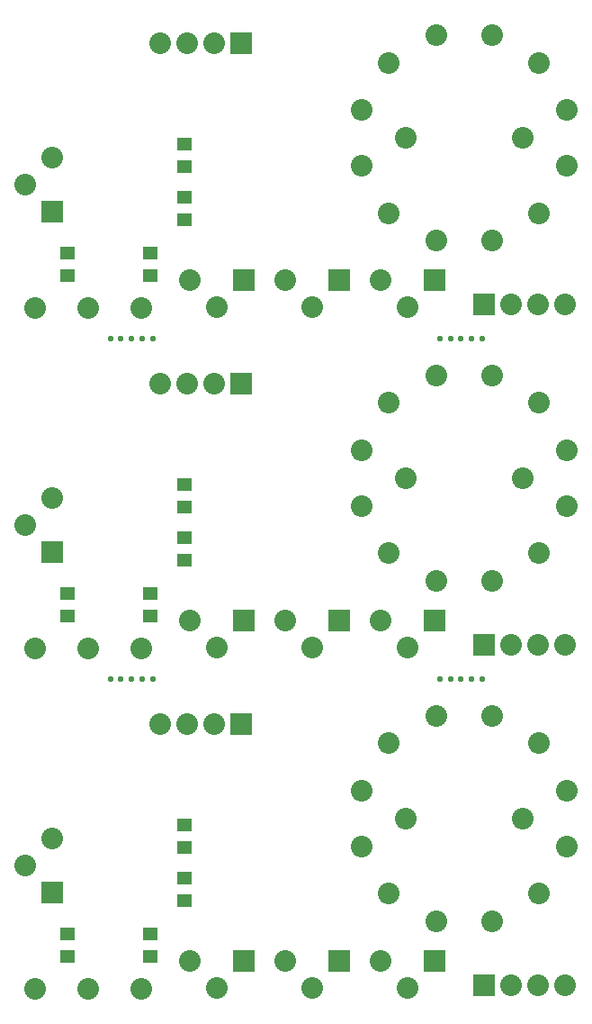
<source format=gbs>
G04 (created by PCBNEW (2013-07-07 BZR 4022)-stable) date 2014-08-04 10:27:05 PM*
%MOIN*%
G04 Gerber Fmt 3.4, Leading zero omitted, Abs format*
%FSLAX34Y34*%
G01*
G70*
G90*
G04 APERTURE LIST*
%ADD10C,0.00590551*%
%ADD11C,0.0802748*%
%ADD12R,0.0565748X0.0465748*%
%ADD13R,0.0802748X0.0802748*%
%ADD14C,0.080315*%
%ADD15C,0.0212598*%
G04 APERTURE END LIST*
G54D10*
G54D11*
X13543Y-44330D03*
X11574Y-44330D03*
X15511Y-44330D03*
G54D12*
X17125Y-41074D03*
X17125Y-40224D03*
X17125Y-39106D03*
X17125Y-38256D03*
X15846Y-42291D03*
X15846Y-43141D03*
G54D13*
X19216Y-34547D03*
G54D11*
X18216Y-34547D03*
X17216Y-34547D03*
X16216Y-34547D03*
G54D14*
X23677Y-37011D03*
X24696Y-35248D03*
X26460Y-34228D03*
X28500Y-34228D03*
X30263Y-35248D03*
X31283Y-37011D03*
X29645Y-38031D03*
X25314Y-38031D03*
X23677Y-39051D03*
X24696Y-40814D03*
X26460Y-41834D03*
X28500Y-41834D03*
X30263Y-40814D03*
X31283Y-39051D03*
G54D12*
X12795Y-43141D03*
X12795Y-42291D03*
G54D11*
X18307Y-44307D03*
X17307Y-43307D03*
G54D13*
X19307Y-43307D03*
G54D11*
X21850Y-44307D03*
X20850Y-43307D03*
G54D13*
X22850Y-43307D03*
G54D11*
X25393Y-44307D03*
X24393Y-43307D03*
G54D13*
X26393Y-43307D03*
G54D11*
X11204Y-39763D03*
X12204Y-38763D03*
G54D13*
X12204Y-40763D03*
X28224Y-44192D03*
G54D11*
X29224Y-44192D03*
X30224Y-44192D03*
X31224Y-44192D03*
G54D13*
X28224Y-31594D03*
G54D11*
X29224Y-31594D03*
X30224Y-31594D03*
X31224Y-31594D03*
X11204Y-27165D03*
X12204Y-26165D03*
G54D13*
X12204Y-28165D03*
G54D11*
X25393Y-31708D03*
X24393Y-30708D03*
G54D13*
X26393Y-30708D03*
G54D11*
X21850Y-31708D03*
X20850Y-30708D03*
G54D13*
X22850Y-30708D03*
G54D11*
X18307Y-31708D03*
X17307Y-30708D03*
G54D13*
X19307Y-30708D03*
G54D12*
X12795Y-30543D03*
X12795Y-29693D03*
G54D14*
X23677Y-24413D03*
X24696Y-22649D03*
X26460Y-21629D03*
X28500Y-21629D03*
X30263Y-22649D03*
X31283Y-24413D03*
X29645Y-25433D03*
X25314Y-25433D03*
X23677Y-26452D03*
X24696Y-28216D03*
X26460Y-29236D03*
X28500Y-29236D03*
X30263Y-28216D03*
X31283Y-26452D03*
G54D13*
X19216Y-21948D03*
G54D11*
X18216Y-21948D03*
X17216Y-21948D03*
X16216Y-21948D03*
G54D12*
X15846Y-29693D03*
X15846Y-30543D03*
X17125Y-26507D03*
X17125Y-25657D03*
X17125Y-28476D03*
X17125Y-27626D03*
G54D11*
X13543Y-31732D03*
X11574Y-31732D03*
X15511Y-31732D03*
X13543Y-19133D03*
X11574Y-19133D03*
X15511Y-19133D03*
G54D12*
X17125Y-15877D03*
X17125Y-15027D03*
X17125Y-13909D03*
X17125Y-13059D03*
X15846Y-17094D03*
X15846Y-17944D03*
G54D13*
X19216Y-9350D03*
G54D11*
X18216Y-9350D03*
X17216Y-9350D03*
X16216Y-9350D03*
G54D14*
X23677Y-11814D03*
X24696Y-10051D03*
X26460Y-9031D03*
X28500Y-9031D03*
X30263Y-10051D03*
X31283Y-11814D03*
X29645Y-12834D03*
X25314Y-12834D03*
X23677Y-13854D03*
X24696Y-15618D03*
X26460Y-16637D03*
X28500Y-16637D03*
X30263Y-15618D03*
X31283Y-13854D03*
G54D12*
X12795Y-17944D03*
X12795Y-17094D03*
G54D11*
X18307Y-19110D03*
X17307Y-18110D03*
G54D13*
X19307Y-18110D03*
G54D11*
X21850Y-19110D03*
X20850Y-18110D03*
G54D13*
X22850Y-18110D03*
G54D11*
X25393Y-19110D03*
X24393Y-18110D03*
G54D13*
X26393Y-18110D03*
G54D11*
X11204Y-14566D03*
X12204Y-13566D03*
G54D13*
X12204Y-15566D03*
X28224Y-18996D03*
G54D11*
X29224Y-18996D03*
X30224Y-18996D03*
X31224Y-18996D03*
G54D15*
X14370Y-20275D03*
X14763Y-20275D03*
X15157Y-20275D03*
X15551Y-20275D03*
X15944Y-20275D03*
X26574Y-20275D03*
X26968Y-20275D03*
X27362Y-20275D03*
X27755Y-20275D03*
X28149Y-20275D03*
X14370Y-32874D03*
X14763Y-32874D03*
X15157Y-32874D03*
X15551Y-32874D03*
X15944Y-32874D03*
X26574Y-32874D03*
X26968Y-32874D03*
X27362Y-32874D03*
X27755Y-32874D03*
X28149Y-32874D03*
M02*

</source>
